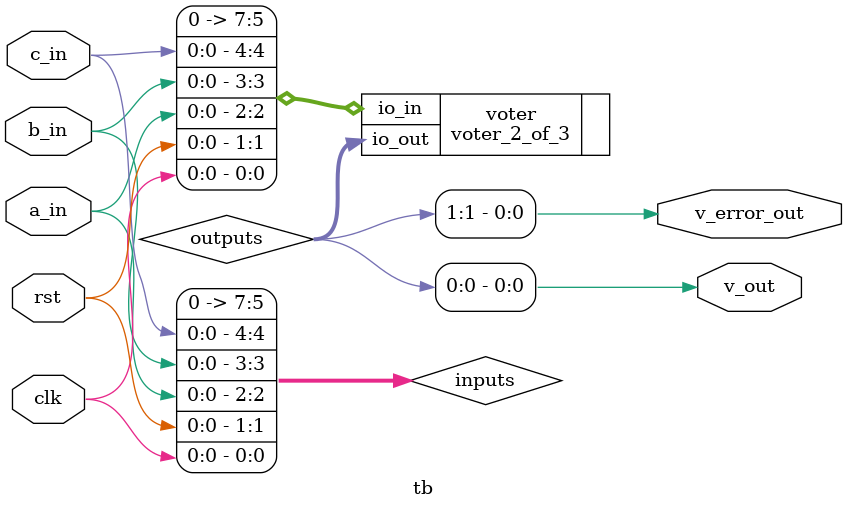
<source format=v>
`default_nettype none
`timescale 1ns/1ps

/*
this testbench just instantiates the module and makes some convenient wires
that can be driven / tested by the cocotb test.py
*/

module tb (
    // testbench is controlled by test.py
    input clk,
    input rst,
    input a_in,
    input b_in,
    input c_in,
    output v_out,
    output v_error_out
   );

    // this part dumps the trace to a vcd file that can be viewed with GTKWave
    initial begin
        $dumpfile ("tb.vcd");
        $dumpvars (0, tb);
        #1;
    end

    // wire up the inputs and outputs
    wire [7:0] inputs = {3'b0, c_in, b_in, a_in, rst, clk};
    wire [7:0] outputs;
    assign v_out = outputs[0];
    assign v_error_out = outputs[1];

    // instantiate the DUT
    voter_2_of_3 voter(
        .io_in  (inputs),
        .io_out (outputs)
        );

endmodule

</source>
